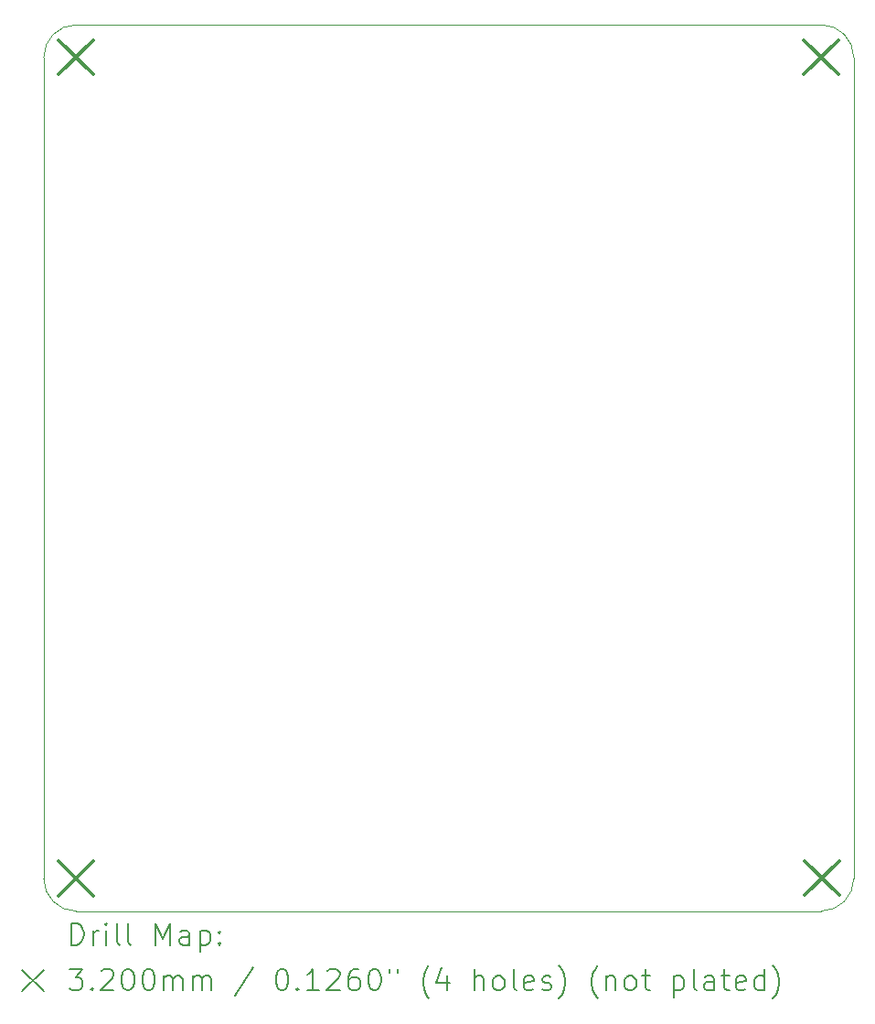
<source format=gbr>
%FSLAX45Y45*%
G04 Gerber Fmt 4.5, Leading zero omitted, Abs format (unit mm)*
G04 Created by KiCad (PCBNEW (6.0.0)) date 2022-05-09 14:40:13*
%MOMM*%
%LPD*%
G01*
G04 APERTURE LIST*
%TA.AperFunction,Profile*%
%ADD10C,0.050000*%
%TD*%
%ADD11C,0.200000*%
%ADD12C,0.320000*%
G04 APERTURE END LIST*
D10*
X20400000Y-7200000D02*
X20400000Y-14100000D01*
X12900000Y-14800000D02*
G75*
G03*
X13200000Y-15100000I300000J0D01*
G01*
X20400000Y-7200000D02*
G75*
G03*
X20100000Y-6900000I-300000J0D01*
G01*
X13200000Y-6900000D02*
G75*
G03*
X12900000Y-7200000I0J-300000D01*
G01*
X13200000Y-6900000D02*
X20100000Y-6900000D01*
X20100000Y-15100000D02*
G75*
G03*
X20400000Y-14800000I0J300000D01*
G01*
X12900000Y-14100000D02*
X12900000Y-14800000D01*
X12900000Y-14100000D02*
X12900000Y-7200000D01*
X20400000Y-14100000D02*
X20400000Y-14800000D01*
X20100000Y-15100000D02*
X13200000Y-15100000D01*
D11*
D12*
X13040000Y-7040000D02*
X13360000Y-7360000D01*
X13360000Y-7040000D02*
X13040000Y-7360000D01*
X13040000Y-14640000D02*
X13360000Y-14960000D01*
X13360000Y-14640000D02*
X13040000Y-14960000D01*
X19940000Y-7040000D02*
X20260000Y-7360000D01*
X20260000Y-7040000D02*
X19940000Y-7360000D01*
X19947500Y-14635000D02*
X20267500Y-14955000D01*
X20267500Y-14635000D02*
X19947500Y-14955000D01*
D11*
X13155119Y-15412976D02*
X13155119Y-15212976D01*
X13202738Y-15212976D01*
X13231309Y-15222500D01*
X13250357Y-15241548D01*
X13259881Y-15260595D01*
X13269405Y-15298690D01*
X13269405Y-15327262D01*
X13259881Y-15365357D01*
X13250357Y-15384405D01*
X13231309Y-15403452D01*
X13202738Y-15412976D01*
X13155119Y-15412976D01*
X13355119Y-15412976D02*
X13355119Y-15279643D01*
X13355119Y-15317738D02*
X13364643Y-15298690D01*
X13374167Y-15289167D01*
X13393214Y-15279643D01*
X13412262Y-15279643D01*
X13478928Y-15412976D02*
X13478928Y-15279643D01*
X13478928Y-15212976D02*
X13469405Y-15222500D01*
X13478928Y-15232024D01*
X13488452Y-15222500D01*
X13478928Y-15212976D01*
X13478928Y-15232024D01*
X13602738Y-15412976D02*
X13583690Y-15403452D01*
X13574167Y-15384405D01*
X13574167Y-15212976D01*
X13707500Y-15412976D02*
X13688452Y-15403452D01*
X13678928Y-15384405D01*
X13678928Y-15212976D01*
X13936071Y-15412976D02*
X13936071Y-15212976D01*
X14002738Y-15355833D01*
X14069405Y-15212976D01*
X14069405Y-15412976D01*
X14250357Y-15412976D02*
X14250357Y-15308214D01*
X14240833Y-15289167D01*
X14221786Y-15279643D01*
X14183690Y-15279643D01*
X14164643Y-15289167D01*
X14250357Y-15403452D02*
X14231309Y-15412976D01*
X14183690Y-15412976D01*
X14164643Y-15403452D01*
X14155119Y-15384405D01*
X14155119Y-15365357D01*
X14164643Y-15346309D01*
X14183690Y-15336786D01*
X14231309Y-15336786D01*
X14250357Y-15327262D01*
X14345595Y-15279643D02*
X14345595Y-15479643D01*
X14345595Y-15289167D02*
X14364643Y-15279643D01*
X14402738Y-15279643D01*
X14421786Y-15289167D01*
X14431309Y-15298690D01*
X14440833Y-15317738D01*
X14440833Y-15374881D01*
X14431309Y-15393928D01*
X14421786Y-15403452D01*
X14402738Y-15412976D01*
X14364643Y-15412976D01*
X14345595Y-15403452D01*
X14526548Y-15393928D02*
X14536071Y-15403452D01*
X14526548Y-15412976D01*
X14517024Y-15403452D01*
X14526548Y-15393928D01*
X14526548Y-15412976D01*
X14526548Y-15289167D02*
X14536071Y-15298690D01*
X14526548Y-15308214D01*
X14517024Y-15298690D01*
X14526548Y-15289167D01*
X14526548Y-15308214D01*
X12697500Y-15642500D02*
X12897500Y-15842500D01*
X12897500Y-15642500D02*
X12697500Y-15842500D01*
X13136071Y-15632976D02*
X13259881Y-15632976D01*
X13193214Y-15709167D01*
X13221786Y-15709167D01*
X13240833Y-15718690D01*
X13250357Y-15728214D01*
X13259881Y-15747262D01*
X13259881Y-15794881D01*
X13250357Y-15813928D01*
X13240833Y-15823452D01*
X13221786Y-15832976D01*
X13164643Y-15832976D01*
X13145595Y-15823452D01*
X13136071Y-15813928D01*
X13345595Y-15813928D02*
X13355119Y-15823452D01*
X13345595Y-15832976D01*
X13336071Y-15823452D01*
X13345595Y-15813928D01*
X13345595Y-15832976D01*
X13431309Y-15652024D02*
X13440833Y-15642500D01*
X13459881Y-15632976D01*
X13507500Y-15632976D01*
X13526548Y-15642500D01*
X13536071Y-15652024D01*
X13545595Y-15671071D01*
X13545595Y-15690119D01*
X13536071Y-15718690D01*
X13421786Y-15832976D01*
X13545595Y-15832976D01*
X13669405Y-15632976D02*
X13688452Y-15632976D01*
X13707500Y-15642500D01*
X13717024Y-15652024D01*
X13726548Y-15671071D01*
X13736071Y-15709167D01*
X13736071Y-15756786D01*
X13726548Y-15794881D01*
X13717024Y-15813928D01*
X13707500Y-15823452D01*
X13688452Y-15832976D01*
X13669405Y-15832976D01*
X13650357Y-15823452D01*
X13640833Y-15813928D01*
X13631309Y-15794881D01*
X13621786Y-15756786D01*
X13621786Y-15709167D01*
X13631309Y-15671071D01*
X13640833Y-15652024D01*
X13650357Y-15642500D01*
X13669405Y-15632976D01*
X13859881Y-15632976D02*
X13878928Y-15632976D01*
X13897976Y-15642500D01*
X13907500Y-15652024D01*
X13917024Y-15671071D01*
X13926548Y-15709167D01*
X13926548Y-15756786D01*
X13917024Y-15794881D01*
X13907500Y-15813928D01*
X13897976Y-15823452D01*
X13878928Y-15832976D01*
X13859881Y-15832976D01*
X13840833Y-15823452D01*
X13831309Y-15813928D01*
X13821786Y-15794881D01*
X13812262Y-15756786D01*
X13812262Y-15709167D01*
X13821786Y-15671071D01*
X13831309Y-15652024D01*
X13840833Y-15642500D01*
X13859881Y-15632976D01*
X14012262Y-15832976D02*
X14012262Y-15699643D01*
X14012262Y-15718690D02*
X14021786Y-15709167D01*
X14040833Y-15699643D01*
X14069405Y-15699643D01*
X14088452Y-15709167D01*
X14097976Y-15728214D01*
X14097976Y-15832976D01*
X14097976Y-15728214D02*
X14107500Y-15709167D01*
X14126548Y-15699643D01*
X14155119Y-15699643D01*
X14174167Y-15709167D01*
X14183690Y-15728214D01*
X14183690Y-15832976D01*
X14278928Y-15832976D02*
X14278928Y-15699643D01*
X14278928Y-15718690D02*
X14288452Y-15709167D01*
X14307500Y-15699643D01*
X14336071Y-15699643D01*
X14355119Y-15709167D01*
X14364643Y-15728214D01*
X14364643Y-15832976D01*
X14364643Y-15728214D02*
X14374167Y-15709167D01*
X14393214Y-15699643D01*
X14421786Y-15699643D01*
X14440833Y-15709167D01*
X14450357Y-15728214D01*
X14450357Y-15832976D01*
X14840833Y-15623452D02*
X14669405Y-15880595D01*
X15097976Y-15632976D02*
X15117024Y-15632976D01*
X15136071Y-15642500D01*
X15145595Y-15652024D01*
X15155119Y-15671071D01*
X15164643Y-15709167D01*
X15164643Y-15756786D01*
X15155119Y-15794881D01*
X15145595Y-15813928D01*
X15136071Y-15823452D01*
X15117024Y-15832976D01*
X15097976Y-15832976D01*
X15078928Y-15823452D01*
X15069405Y-15813928D01*
X15059881Y-15794881D01*
X15050357Y-15756786D01*
X15050357Y-15709167D01*
X15059881Y-15671071D01*
X15069405Y-15652024D01*
X15078928Y-15642500D01*
X15097976Y-15632976D01*
X15250357Y-15813928D02*
X15259881Y-15823452D01*
X15250357Y-15832976D01*
X15240833Y-15823452D01*
X15250357Y-15813928D01*
X15250357Y-15832976D01*
X15450357Y-15832976D02*
X15336071Y-15832976D01*
X15393214Y-15832976D02*
X15393214Y-15632976D01*
X15374167Y-15661548D01*
X15355119Y-15680595D01*
X15336071Y-15690119D01*
X15526548Y-15652024D02*
X15536071Y-15642500D01*
X15555119Y-15632976D01*
X15602738Y-15632976D01*
X15621786Y-15642500D01*
X15631309Y-15652024D01*
X15640833Y-15671071D01*
X15640833Y-15690119D01*
X15631309Y-15718690D01*
X15517024Y-15832976D01*
X15640833Y-15832976D01*
X15812262Y-15632976D02*
X15774167Y-15632976D01*
X15755119Y-15642500D01*
X15745595Y-15652024D01*
X15726548Y-15680595D01*
X15717024Y-15718690D01*
X15717024Y-15794881D01*
X15726548Y-15813928D01*
X15736071Y-15823452D01*
X15755119Y-15832976D01*
X15793214Y-15832976D01*
X15812262Y-15823452D01*
X15821786Y-15813928D01*
X15831309Y-15794881D01*
X15831309Y-15747262D01*
X15821786Y-15728214D01*
X15812262Y-15718690D01*
X15793214Y-15709167D01*
X15755119Y-15709167D01*
X15736071Y-15718690D01*
X15726548Y-15728214D01*
X15717024Y-15747262D01*
X15955119Y-15632976D02*
X15974167Y-15632976D01*
X15993214Y-15642500D01*
X16002738Y-15652024D01*
X16012262Y-15671071D01*
X16021786Y-15709167D01*
X16021786Y-15756786D01*
X16012262Y-15794881D01*
X16002738Y-15813928D01*
X15993214Y-15823452D01*
X15974167Y-15832976D01*
X15955119Y-15832976D01*
X15936071Y-15823452D01*
X15926548Y-15813928D01*
X15917024Y-15794881D01*
X15907500Y-15756786D01*
X15907500Y-15709167D01*
X15917024Y-15671071D01*
X15926548Y-15652024D01*
X15936071Y-15642500D01*
X15955119Y-15632976D01*
X16097976Y-15632976D02*
X16097976Y-15671071D01*
X16174167Y-15632976D02*
X16174167Y-15671071D01*
X16469405Y-15909167D02*
X16459881Y-15899643D01*
X16440833Y-15871071D01*
X16431309Y-15852024D01*
X16421786Y-15823452D01*
X16412262Y-15775833D01*
X16412262Y-15737738D01*
X16421786Y-15690119D01*
X16431309Y-15661548D01*
X16440833Y-15642500D01*
X16459881Y-15613928D01*
X16469405Y-15604405D01*
X16631309Y-15699643D02*
X16631309Y-15832976D01*
X16583690Y-15623452D02*
X16536071Y-15766309D01*
X16659881Y-15766309D01*
X16888452Y-15832976D02*
X16888452Y-15632976D01*
X16974167Y-15832976D02*
X16974167Y-15728214D01*
X16964643Y-15709167D01*
X16945595Y-15699643D01*
X16917024Y-15699643D01*
X16897976Y-15709167D01*
X16888452Y-15718690D01*
X17097976Y-15832976D02*
X17078929Y-15823452D01*
X17069405Y-15813928D01*
X17059881Y-15794881D01*
X17059881Y-15737738D01*
X17069405Y-15718690D01*
X17078929Y-15709167D01*
X17097976Y-15699643D01*
X17126548Y-15699643D01*
X17145595Y-15709167D01*
X17155119Y-15718690D01*
X17164643Y-15737738D01*
X17164643Y-15794881D01*
X17155119Y-15813928D01*
X17145595Y-15823452D01*
X17126548Y-15832976D01*
X17097976Y-15832976D01*
X17278929Y-15832976D02*
X17259881Y-15823452D01*
X17250357Y-15804405D01*
X17250357Y-15632976D01*
X17431310Y-15823452D02*
X17412262Y-15832976D01*
X17374167Y-15832976D01*
X17355119Y-15823452D01*
X17345595Y-15804405D01*
X17345595Y-15728214D01*
X17355119Y-15709167D01*
X17374167Y-15699643D01*
X17412262Y-15699643D01*
X17431310Y-15709167D01*
X17440833Y-15728214D01*
X17440833Y-15747262D01*
X17345595Y-15766309D01*
X17517024Y-15823452D02*
X17536071Y-15832976D01*
X17574167Y-15832976D01*
X17593214Y-15823452D01*
X17602738Y-15804405D01*
X17602738Y-15794881D01*
X17593214Y-15775833D01*
X17574167Y-15766309D01*
X17545595Y-15766309D01*
X17526548Y-15756786D01*
X17517024Y-15737738D01*
X17517024Y-15728214D01*
X17526548Y-15709167D01*
X17545595Y-15699643D01*
X17574167Y-15699643D01*
X17593214Y-15709167D01*
X17669405Y-15909167D02*
X17678929Y-15899643D01*
X17697976Y-15871071D01*
X17707500Y-15852024D01*
X17717024Y-15823452D01*
X17726548Y-15775833D01*
X17726548Y-15737738D01*
X17717024Y-15690119D01*
X17707500Y-15661548D01*
X17697976Y-15642500D01*
X17678929Y-15613928D01*
X17669405Y-15604405D01*
X18031310Y-15909167D02*
X18021786Y-15899643D01*
X18002738Y-15871071D01*
X17993214Y-15852024D01*
X17983690Y-15823452D01*
X17974167Y-15775833D01*
X17974167Y-15737738D01*
X17983690Y-15690119D01*
X17993214Y-15661548D01*
X18002738Y-15642500D01*
X18021786Y-15613928D01*
X18031310Y-15604405D01*
X18107500Y-15699643D02*
X18107500Y-15832976D01*
X18107500Y-15718690D02*
X18117024Y-15709167D01*
X18136071Y-15699643D01*
X18164643Y-15699643D01*
X18183690Y-15709167D01*
X18193214Y-15728214D01*
X18193214Y-15832976D01*
X18317024Y-15832976D02*
X18297976Y-15823452D01*
X18288452Y-15813928D01*
X18278929Y-15794881D01*
X18278929Y-15737738D01*
X18288452Y-15718690D01*
X18297976Y-15709167D01*
X18317024Y-15699643D01*
X18345595Y-15699643D01*
X18364643Y-15709167D01*
X18374167Y-15718690D01*
X18383690Y-15737738D01*
X18383690Y-15794881D01*
X18374167Y-15813928D01*
X18364643Y-15823452D01*
X18345595Y-15832976D01*
X18317024Y-15832976D01*
X18440833Y-15699643D02*
X18517024Y-15699643D01*
X18469405Y-15632976D02*
X18469405Y-15804405D01*
X18478929Y-15823452D01*
X18497976Y-15832976D01*
X18517024Y-15832976D01*
X18736071Y-15699643D02*
X18736071Y-15899643D01*
X18736071Y-15709167D02*
X18755119Y-15699643D01*
X18793214Y-15699643D01*
X18812262Y-15709167D01*
X18821786Y-15718690D01*
X18831310Y-15737738D01*
X18831310Y-15794881D01*
X18821786Y-15813928D01*
X18812262Y-15823452D01*
X18793214Y-15832976D01*
X18755119Y-15832976D01*
X18736071Y-15823452D01*
X18945595Y-15832976D02*
X18926548Y-15823452D01*
X18917024Y-15804405D01*
X18917024Y-15632976D01*
X19107500Y-15832976D02*
X19107500Y-15728214D01*
X19097976Y-15709167D01*
X19078929Y-15699643D01*
X19040833Y-15699643D01*
X19021786Y-15709167D01*
X19107500Y-15823452D02*
X19088452Y-15832976D01*
X19040833Y-15832976D01*
X19021786Y-15823452D01*
X19012262Y-15804405D01*
X19012262Y-15785357D01*
X19021786Y-15766309D01*
X19040833Y-15756786D01*
X19088452Y-15756786D01*
X19107500Y-15747262D01*
X19174167Y-15699643D02*
X19250357Y-15699643D01*
X19202738Y-15632976D02*
X19202738Y-15804405D01*
X19212262Y-15823452D01*
X19231310Y-15832976D01*
X19250357Y-15832976D01*
X19393214Y-15823452D02*
X19374167Y-15832976D01*
X19336071Y-15832976D01*
X19317024Y-15823452D01*
X19307500Y-15804405D01*
X19307500Y-15728214D01*
X19317024Y-15709167D01*
X19336071Y-15699643D01*
X19374167Y-15699643D01*
X19393214Y-15709167D01*
X19402738Y-15728214D01*
X19402738Y-15747262D01*
X19307500Y-15766309D01*
X19574167Y-15832976D02*
X19574167Y-15632976D01*
X19574167Y-15823452D02*
X19555119Y-15832976D01*
X19517024Y-15832976D01*
X19497976Y-15823452D01*
X19488452Y-15813928D01*
X19478929Y-15794881D01*
X19478929Y-15737738D01*
X19488452Y-15718690D01*
X19497976Y-15709167D01*
X19517024Y-15699643D01*
X19555119Y-15699643D01*
X19574167Y-15709167D01*
X19650357Y-15909167D02*
X19659881Y-15899643D01*
X19678929Y-15871071D01*
X19688452Y-15852024D01*
X19697976Y-15823452D01*
X19707500Y-15775833D01*
X19707500Y-15737738D01*
X19697976Y-15690119D01*
X19688452Y-15661548D01*
X19678929Y-15642500D01*
X19659881Y-15613928D01*
X19650357Y-15604405D01*
M02*

</source>
